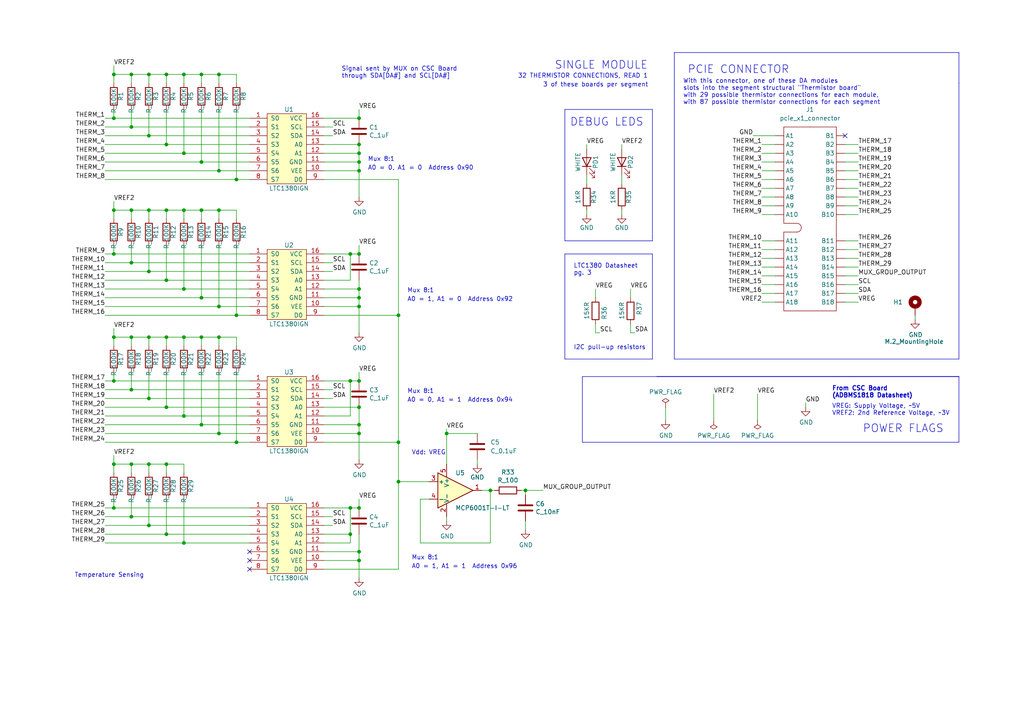
<source format=kicad_sch>
(kicad_sch (version 20230121) (generator eeschema)
  (paper "A4")
  (junction (at 43.18 60.96))
  (junction (at 38.1 21.59))
  (junction (at 104.14 123.19))
  (junction (at 104.14 73.66))
  (junction (at 53.34 21.59))
  (junction (at 33.02 60.96))
  (junction (at 101.6 110.49))
  (junction (at 104.14 147.32))
  (junction (at 38.1 60.96))
  (junction (at 48.26 21.59))
  (junction (at 53.34 44.45))
  (junction (at 38.1 149.86))
  (junction (at 104.14 83.82))
  (junction (at 115.57 139.7))
  (junction (at 104.14 34.29))
  (junction (at 63.5 125.73))
  (junction (at 58.42 123.19))
  (junction (at 43.18 39.37))
  (junction (at 43.18 115.57))
  (junction (at 43.18 134.62))
  (junction (at 63.5 60.96))
  (junction (at 48.26 154.94))
  (junction (at 63.5 49.53))
  (junction (at 58.42 21.59))
  (junction (at 104.14 125.73))
  (junction (at 63.5 88.9))
  (junction (at 33.02 110.49))
  (junction (at 48.26 81.28))
  (junction (at 104.14 41.91))
  (junction (at 101.6 154.94))
  (junction (at 115.57 91.44))
  (junction (at 43.18 21.59))
  (junction (at 38.1 76.2))
  (junction (at 53.34 83.82))
  (junction (at 104.14 110.49))
  (junction (at 104.14 88.9))
  (junction (at 104.14 86.36))
  (junction (at 33.02 134.62))
  (junction (at 38.1 97.79))
  (junction (at 104.14 44.45))
  (junction (at 63.5 21.59))
  (junction (at 101.6 73.66))
  (junction (at 68.58 91.44))
  (junction (at 58.42 46.99))
  (junction (at 48.26 118.11))
  (junction (at 33.02 73.66))
  (junction (at 104.14 160.02))
  (junction (at 142.24 142.24))
  (junction (at 38.1 134.62))
  (junction (at 48.26 41.91))
  (junction (at 33.02 97.79))
  (junction (at 58.42 86.36))
  (junction (at 129.54 125.73))
  (junction (at 104.14 162.56))
  (junction (at 68.58 128.27))
  (junction (at 33.02 21.59))
  (junction (at 58.42 60.96))
  (junction (at 152.4 142.24))
  (junction (at 53.34 97.79))
  (junction (at 53.34 60.96))
  (junction (at 53.34 157.48))
  (junction (at 33.02 34.29))
  (junction (at 68.58 52.07))
  (junction (at 38.1 113.03))
  (junction (at 53.34 120.65))
  (junction (at 58.42 97.79))
  (junction (at 43.18 97.79))
  (junction (at 104.14 118.11))
  (junction (at 104.14 46.99))
  (junction (at 43.18 78.74))
  (junction (at 48.26 97.79))
  (junction (at 115.57 128.27))
  (junction (at 48.26 60.96))
  (junction (at 38.1 36.83))
  (junction (at 48.26 134.62))
  (junction (at 43.18 152.4))
  (junction (at 63.5 97.79))
  (junction (at 101.6 147.32))
  (junction (at 33.02 147.32))
  (junction (at 104.14 49.53))
  (no_connect (at 72.39 162.56))
  (no_connect (at 72.39 160.02))
  (no_connect (at 72.39 165.1))
  (no_connect (at 245.11 39.37))
  (wire (pts (xy 33.02 34.29) (xy 72.39 34.29)))
  (wire (pts (xy 93.98 154.94) (xy 101.6 154.94)))
  (wire (pts (xy 30.48 86.36) (xy 58.42 86.36)))
  (wire (pts (xy 220.98 80.01) (xy 224.79 80.01)))
  (wire (pts (xy 38.1 149.86) (xy 72.39 149.86)))
  (wire (pts (xy 38.1 60.96) (xy 33.02 60.96)))
  (wire (pts (xy 43.18 115.57) (xy 30.48 115.57)))
  (wire (pts (xy 48.26 41.91) (xy 72.39 41.91)))
  (wire (pts (xy 93.98 83.82) (xy 104.14 83.82)))
  (wire (pts (xy 93.98 162.56) (xy 104.14 162.56)))
  (wire (pts (xy 38.1 36.83) (xy 72.39 36.83)))
  (wire (pts (xy 93.98 34.29) (xy 104.14 34.29)))
  (wire (pts (xy 43.18 60.96) (xy 43.18 63.5)))
  (wire (pts (xy 48.26 71.12) (xy 48.26 81.28)))
  (wire (pts (xy 43.18 107.95) (xy 43.18 115.57)))
  (wire (pts (xy 104.14 162.56) (xy 104.14 167.64)))
  (wire (pts (xy 30.48 123.19) (xy 58.42 123.19)))
  (polyline (pts (xy 195.58 15.24) (xy 278.13 15.24)))
  (wire (pts (xy 93.98 46.99) (xy 104.14 46.99)))
  (wire (pts (xy 58.42 97.79) (xy 53.34 97.79)))
  (polyline (pts (xy 168.91 109.22) (xy 278.13 109.22)))
  (wire (pts (xy 30.48 46.99) (xy 58.42 46.99)))
  (wire (pts (xy 172.72 93.98) (xy 172.72 96.52)))
  (wire (pts (xy 104.14 83.82) (xy 104.14 86.36)))
  (wire (pts (xy 38.1 97.79) (xy 33.02 97.79)))
  (wire (pts (xy 93.98 157.48) (xy 101.6 157.48)))
  (wire (pts (xy 43.18 31.75) (xy 43.18 39.37)))
  (wire (pts (xy 53.34 157.48) (xy 30.48 157.48)))
  (wire (pts (xy 38.1 134.62) (xy 33.02 134.62)))
  (wire (pts (xy 53.34 107.95) (xy 53.34 120.65)))
  (wire (pts (xy 93.98 49.53) (xy 104.14 49.53)))
  (wire (pts (xy 30.48 81.28) (xy 48.26 81.28)))
  (wire (pts (xy 48.26 60.96) (xy 43.18 60.96)))
  (wire (pts (xy 68.58 91.44) (xy 72.39 91.44)))
  (wire (pts (xy 38.1 134.62) (xy 38.1 137.16)))
  (wire (pts (xy 93.98 110.49) (xy 101.6 110.49)))
  (wire (pts (xy 93.98 120.65) (xy 101.6 120.65)))
  (wire (pts (xy 48.26 144.78) (xy 48.26 154.94)))
  (wire (pts (xy 104.14 49.53) (xy 104.14 57.15)))
  (wire (pts (xy 43.18 144.78) (xy 43.18 152.4)))
  (wire (pts (xy 53.34 21.59) (xy 53.34 24.13)))
  (wire (pts (xy 33.02 107.95) (xy 33.02 110.49)))
  (wire (pts (xy 248.92 52.07) (xy 245.11 52.07)))
  (wire (pts (xy 53.34 97.79) (xy 53.34 100.33)))
  (wire (pts (xy 96.52 78.74) (xy 93.98 78.74)))
  (wire (pts (xy 68.58 24.13) (xy 68.58 21.59)))
  (wire (pts (xy 33.02 97.79) (xy 33.02 100.33)))
  (wire (pts (xy 220.98 41.91) (xy 224.79 41.91)))
  (wire (pts (xy 104.14 44.45) (xy 104.14 46.99)))
  (wire (pts (xy 172.72 83.82) (xy 172.72 86.36)))
  (wire (pts (xy 220.98 85.09) (xy 224.79 85.09)))
  (wire (pts (xy 68.58 52.07) (xy 72.39 52.07)))
  (wire (pts (xy 63.5 107.95) (xy 63.5 125.73)))
  (wire (pts (xy 96.52 39.37) (xy 93.98 39.37)))
  (wire (pts (xy 33.02 110.49) (xy 72.39 110.49)))
  (wire (pts (xy 104.14 86.36) (xy 104.14 88.9)))
  (wire (pts (xy 43.18 97.79) (xy 43.18 100.33)))
  (polyline (pts (xy 278.13 24.13) (xy 278.13 104.14)))
  (wire (pts (xy 93.98 88.9) (xy 104.14 88.9)))
  (wire (pts (xy 233.68 116.84) (xy 233.68 118.11)))
  (wire (pts (xy 93.98 36.83) (xy 96.52 36.83)))
  (polyline (pts (xy 278.13 109.22) (xy 190.5 109.22)))
  (wire (pts (xy 33.02 60.96) (xy 33.02 63.5)))
  (wire (pts (xy 38.1 107.95) (xy 38.1 113.03)))
  (wire (pts (xy 124.46 139.7) (xy 115.57 139.7)))
  (wire (pts (xy 33.02 73.66) (xy 72.39 73.66)))
  (wire (pts (xy 72.39 125.73) (xy 63.5 125.73)))
  (wire (pts (xy 30.48 147.32) (xy 33.02 147.32)))
  (wire (pts (xy 53.34 83.82) (xy 72.39 83.82)))
  (wire (pts (xy 48.26 118.11) (xy 72.39 118.11)))
  (polyline (pts (xy 278.13 104.14) (xy 195.58 104.14)))
  (wire (pts (xy 43.18 60.96) (xy 38.1 60.96)))
  (wire (pts (xy 152.4 151.13) (xy 152.4 153.67)))
  (wire (pts (xy 48.26 21.59) (xy 43.18 21.59)))
  (wire (pts (xy 104.14 88.9) (xy 104.14 96.52)))
  (wire (pts (xy 104.14 118.11) (xy 104.14 123.19)))
  (wire (pts (xy 68.58 21.59) (xy 63.5 21.59)))
  (polyline (pts (xy 168.91 109.22) (xy 168.91 128.27)))
  (wire (pts (xy 43.18 115.57) (xy 72.39 115.57)))
  (wire (pts (xy 121.92 144.78) (xy 121.92 157.48)))
  (wire (pts (xy 220.98 44.45) (xy 224.79 44.45)))
  (wire (pts (xy 68.58 100.33) (xy 68.58 97.79)))
  (wire (pts (xy 38.1 71.12) (xy 38.1 76.2)))
  (wire (pts (xy 58.42 46.99) (xy 72.39 46.99)))
  (wire (pts (xy 151.13 142.24) (xy 152.4 142.24)))
  (wire (pts (xy 58.42 86.36) (xy 72.39 86.36)))
  (wire (pts (xy 129.54 124.46) (xy 129.54 125.73)))
  (wire (pts (xy 58.42 71.12) (xy 58.42 86.36)))
  (wire (pts (xy 30.48 76.2) (xy 38.1 76.2)))
  (wire (pts (xy 68.58 71.12) (xy 68.58 91.44)))
  (wire (pts (xy 93.98 52.07) (xy 115.57 52.07)))
  (polyline (pts (xy 163.83 31.75) (xy 189.23 31.75)))
  (wire (pts (xy 38.1 21.59) (xy 33.02 21.59)))
  (polyline (pts (xy 163.83 31.75) (xy 163.83 69.85)))
  (wire (pts (xy 93.98 44.45) (xy 104.14 44.45)))
  (wire (pts (xy 38.1 76.2) (xy 72.39 76.2)))
  (wire (pts (xy 68.58 107.95) (xy 68.58 128.27)))
  (wire (pts (xy 104.14 71.12) (xy 104.14 73.66)))
  (wire (pts (xy 63.5 31.75) (xy 63.5 49.53)))
  (wire (pts (xy 93.98 149.86) (xy 96.52 149.86)))
  (wire (pts (xy 104.14 107.95) (xy 104.14 110.49)))
  (wire (pts (xy 68.58 97.79) (xy 63.5 97.79)))
  (wire (pts (xy 248.92 80.01) (xy 245.11 80.01)))
  (wire (pts (xy 48.26 134.62) (xy 43.18 134.62)))
  (wire (pts (xy 48.26 97.79) (xy 43.18 97.79)))
  (wire (pts (xy 53.34 144.78) (xy 53.34 157.48)))
  (wire (pts (xy 248.92 72.39) (xy 245.11 72.39)))
  (wire (pts (xy 115.57 128.27) (xy 115.57 139.7)))
  (wire (pts (xy 220.98 52.07) (xy 224.79 52.07)))
  (wire (pts (xy 53.34 120.65) (xy 72.39 120.65)))
  (polyline (pts (xy 278.13 109.22) (xy 278.13 128.27)))
  (wire (pts (xy 72.39 78.74) (xy 43.18 78.74)))
  (wire (pts (xy 220.98 74.93) (xy 224.79 74.93)))
  (polyline (pts (xy 163.83 104.14) (xy 189.23 104.14)))
  (wire (pts (xy 53.34 21.59) (xy 48.26 21.59)))
  (wire (pts (xy 43.18 21.59) (xy 38.1 21.59)))
  (wire (pts (xy 63.5 21.59) (xy 63.5 24.13)))
  (wire (pts (xy 30.48 52.07) (xy 68.58 52.07)))
  (wire (pts (xy 220.98 57.15) (xy 224.79 57.15)))
  (wire (pts (xy 38.1 31.75) (xy 38.1 36.83)))
  (wire (pts (xy 30.48 34.29) (xy 33.02 34.29)))
  (wire (pts (xy 30.48 41.91) (xy 48.26 41.91)))
  (wire (pts (xy 93.98 125.73) (xy 104.14 125.73)))
  (wire (pts (xy 220.98 62.23) (xy 224.79 62.23)))
  (wire (pts (xy 48.26 107.95) (xy 48.26 118.11)))
  (wire (pts (xy 152.4 142.24) (xy 152.4 143.51)))
  (wire (pts (xy 115.57 91.44) (xy 115.57 128.27)))
  (polyline (pts (xy 163.83 73.66) (xy 189.23 73.66)))
  (polyline (pts (xy 278.13 15.24) (xy 278.13 24.13)))
  (wire (pts (xy 93.98 91.44) (xy 115.57 91.44)))
  (wire (pts (xy 30.48 91.44) (xy 68.58 91.44)))
  (wire (pts (xy 93.98 160.02) (xy 104.14 160.02)))
  (wire (pts (xy 72.39 39.37) (xy 43.18 39.37)))
  (wire (pts (xy 68.58 63.5) (xy 68.58 60.96)))
  (wire (pts (xy 142.24 157.48) (xy 142.24 142.24)))
  (wire (pts (xy 248.92 62.23) (xy 245.11 62.23)))
  (wire (pts (xy 248.92 59.69) (xy 245.11 59.69)))
  (wire (pts (xy 43.18 21.59) (xy 43.18 24.13)))
  (wire (pts (xy 96.52 115.57) (xy 93.98 115.57)))
  (wire (pts (xy 248.92 44.45) (xy 245.11 44.45)))
  (wire (pts (xy 33.02 144.78) (xy 33.02 147.32)))
  (wire (pts (xy 248.92 57.15) (xy 245.11 57.15)))
  (wire (pts (xy 129.54 149.86) (xy 129.54 151.13)))
  (wire (pts (xy 53.34 134.62) (xy 53.34 137.16)))
  (wire (pts (xy 101.6 73.66) (xy 104.14 73.66)))
  (wire (pts (xy 193.04 118.11) (xy 193.04 121.92)))
  (wire (pts (xy 33.02 134.62) (xy 33.02 137.16)))
  (wire (pts (xy 104.14 46.99) (xy 104.14 49.53)))
  (wire (pts (xy 53.34 44.45) (xy 30.48 44.45)))
  (wire (pts (xy 248.92 49.53) (xy 245.11 49.53)))
  (wire (pts (xy 68.58 128.27) (xy 72.39 128.27)))
  (wire (pts (xy 248.92 69.85) (xy 245.11 69.85)))
  (wire (pts (xy 63.5 60.96) (xy 63.5 63.5)))
  (wire (pts (xy 104.14 81.28) (xy 104.14 83.82)))
  (wire (pts (xy 101.6 154.94) (xy 101.6 147.32)))
  (wire (pts (xy 104.14 125.73) (xy 104.14 133.35)))
  (wire (pts (xy 63.5 97.79) (xy 63.5 100.33)))
  (wire (pts (xy 101.6 73.66) (xy 101.6 81.28)))
  (wire (pts (xy 58.42 123.19) (xy 72.39 123.19)))
  (wire (pts (xy 72.39 88.9) (xy 63.5 88.9)))
  (wire (pts (xy 142.24 142.24) (xy 139.7 142.24)))
  (wire (pts (xy 170.18 50.8) (xy 170.18 53.34)))
  (wire (pts (xy 58.42 97.79) (xy 58.42 100.33)))
  (wire (pts (xy 33.02 58.42) (xy 33.02 60.96)))
  (wire (pts (xy 33.02 21.59) (xy 33.02 24.13)))
  (wire (pts (xy 104.14 31.75) (xy 104.14 34.29)))
  (wire (pts (xy 101.6 81.28) (xy 93.98 81.28)))
  (wire (pts (xy 129.54 125.73) (xy 138.43 125.73)))
  (wire (pts (xy 104.14 41.91) (xy 93.98 41.91)))
  (wire (pts (xy 182.88 96.52) (xy 184.15 96.52)))
  (wire (pts (xy 93.98 73.66) (xy 101.6 73.66)))
  (wire (pts (xy 96.52 152.4) (xy 93.98 152.4)))
  (wire (pts (xy 43.18 134.62) (xy 43.18 137.16)))
  (wire (pts (xy 207.01 121.92) (xy 207.01 114.3)))
  (wire (pts (xy 248.92 77.47) (xy 245.11 77.47)))
  (wire (pts (xy 248.92 87.63) (xy 245.11 87.63)))
  (wire (pts (xy 104.14 154.94) (xy 104.14 160.02)))
  (polyline (pts (xy 189.23 69.85) (xy 189.23 31.75)))
  (wire (pts (xy 53.34 31.75) (xy 53.34 44.45)))
  (wire (pts (xy 121.92 157.48) (xy 142.24 157.48)))
  (wire (pts (xy 248.92 85.09) (xy 245.11 85.09)))
  (wire (pts (xy 180.34 60.96) (xy 180.34 62.23)))
  (wire (pts (xy 248.92 54.61) (xy 245.11 54.61)))
  (wire (pts (xy 43.18 39.37) (xy 30.48 39.37)))
  (wire (pts (xy 30.48 73.66) (xy 33.02 73.66)))
  (wire (pts (xy 104.14 144.78) (xy 104.14 147.32)))
  (wire (pts (xy 38.1 144.78) (xy 38.1 149.86)))
  (wire (pts (xy 53.34 60.96) (xy 53.34 63.5)))
  (wire (pts (xy 53.34 97.79) (xy 48.26 97.79)))
  (wire (pts (xy 220.98 46.99) (xy 224.79 46.99)))
  (wire (pts (xy 173.99 96.52) (xy 172.72 96.52)))
  (wire (pts (xy 101.6 147.32) (xy 104.14 147.32)))
  (wire (pts (xy 33.02 147.32) (xy 72.39 147.32)))
  (polyline (pts (xy 163.83 73.66) (xy 163.83 104.14)))
  (wire (pts (xy 93.98 86.36) (xy 104.14 86.36)))
  (wire (pts (xy 182.88 93.98) (xy 182.88 96.52)))
  (wire (pts (xy 157.48 142.24) (xy 152.4 142.24)))
  (wire (pts (xy 101.6 120.65) (xy 101.6 110.49)))
  (wire (pts (xy 48.26 134.62) (xy 48.26 137.16)))
  (wire (pts (xy 138.43 134.62) (xy 138.43 133.35)))
  (wire (pts (xy 58.42 31.75) (xy 58.42 46.99)))
  (wire (pts (xy 220.98 59.69) (xy 224.79 59.69)))
  (wire (pts (xy 33.02 95.25) (xy 33.02 97.79)))
  (wire (pts (xy 101.6 110.49) (xy 104.14 110.49)))
  (wire (pts (xy 58.42 107.95) (xy 58.42 123.19)))
  (wire (pts (xy 58.42 60.96) (xy 58.42 63.5)))
  (wire (pts (xy 93.98 128.27) (xy 115.57 128.27)))
  (wire (pts (xy 72.39 49.53) (xy 63.5 49.53)))
  (polyline (pts (xy 195.58 104.14) (xy 195.58 15.24)))
  (wire (pts (xy 170.18 60.96) (xy 170.18 62.23)))
  (wire (pts (xy 93.98 147.32) (xy 101.6 147.32)))
  (wire (pts (xy 68.58 60.96) (xy 63.5 60.96)))
  (wire (pts (xy 53.34 60.96) (xy 48.26 60.96)))
  (wire (pts (xy 220.98 69.85) (xy 224.79 69.85)))
  (wire (pts (xy 124.46 144.78) (xy 121.92 144.78)))
  (wire (pts (xy 170.18 41.91) (xy 170.18 43.18)))
  (wire (pts (xy 48.26 154.94) (xy 72.39 154.94)))
  (wire (pts (xy 129.54 125.73) (xy 129.54 134.62)))
  (wire (pts (xy 101.6 157.48) (xy 101.6 154.94)))
  (wire (pts (xy 220.98 49.53) (xy 224.79 49.53)))
  (wire (pts (xy 142.24 142.24) (xy 143.51 142.24)))
  (wire (pts (xy 48.26 60.96) (xy 48.26 63.5)))
  (wire (pts (xy 63.5 97.79) (xy 58.42 97.79)))
  (wire (pts (xy 43.18 97.79) (xy 38.1 97.79)))
  (wire (pts (xy 48.26 21.59) (xy 48.26 24.13)))
  (wire (pts (xy 53.34 44.45) (xy 72.39 44.45)))
  (wire (pts (xy 30.48 125.73) (xy 63.5 125.73)))
  (wire (pts (xy 30.48 128.27) (xy 68.58 128.27)))
  (wire (pts (xy 30.48 36.83) (xy 38.1 36.83)))
  (wire (pts (xy 43.18 78.74) (xy 30.48 78.74)))
  (wire (pts (xy 248.92 82.55) (xy 245.11 82.55)))
  (wire (pts (xy 48.26 31.75) (xy 48.26 41.91)))
  (wire (pts (xy 53.34 83.82) (xy 30.48 83.82)))
  (wire (pts (xy 30.48 154.94) (xy 48.26 154.94)))
  (wire (pts (xy 104.14 41.91) (xy 104.14 44.45)))
  (wire (pts (xy 265.43 92.71) (xy 265.43 91.44)))
  (wire (pts (xy 53.34 134.62) (xy 48.26 134.62)))
  (wire (pts (xy 33.02 71.12) (xy 33.02 73.66)))
  (wire (pts (xy 104.14 160.02) (xy 104.14 162.56)))
  (wire (pts (xy 53.34 157.48) (xy 72.39 157.48)))
  (wire (pts (xy 104.14 123.19) (xy 104.14 125.73)))
  (wire (pts (xy 33.02 19.05) (xy 33.02 21.59)))
  (wire (pts (xy 220.98 82.55) (xy 224.79 82.55)))
  (wire (pts (xy 93.98 76.2) (xy 96.52 76.2)))
  (wire (pts (xy 248.92 41.91) (xy 245.11 41.91)))
  (wire (pts (xy 30.48 118.11) (xy 48.26 118.11)))
  (wire (pts (xy 220.98 72.39) (xy 224.79 72.39)))
  (wire (pts (xy 182.88 83.82) (xy 182.88 86.36)))
  (polyline (pts (xy 189.23 104.14) (xy 189.23 73.66)))
  (wire (pts (xy 48.26 81.28) (xy 72.39 81.28)))
  (wire (pts (xy 30.48 113.03) (xy 38.1 113.03)))
  (wire (pts (xy 48.26 97.79) (xy 48.26 100.33)))
  (wire (pts (xy 63.5 49.53) (xy 30.48 49.53)))
  (wire (pts (xy 30.48 149.86) (xy 38.1 149.86)))
  (wire (pts (xy 220.98 87.63) (xy 224.79 87.63)))
  (wire (pts (xy 33.02 132.08) (xy 33.02 134.62)))
  (wire (pts (xy 53.34 71.12) (xy 53.34 83.82)))
  (wire (pts (xy 30.48 120.65) (xy 53.34 120.65)))
  (wire (pts (xy 115.57 139.7) (xy 115.57 165.1)))
  (wire (pts (xy 248.92 46.99) (xy 245.11 46.99)))
  (wire (pts (xy 38.1 60.96) (xy 38.1 63.5)))
  (wire (pts (xy 58.42 21.59) (xy 58.42 24.13)))
  (wire (pts (xy 68.58 31.75) (xy 68.58 52.07)))
  (wire (pts (xy 33.02 31.75) (xy 33.02 34.29)))
  (wire (pts (xy 115.57 52.07) (xy 115.57 91.44)))
  (wire (pts (xy 218.44 39.37) (xy 224.79 39.37)))
  (wire (pts (xy 72.39 152.4) (xy 43.18 152.4)))
  (wire (pts (xy 58.42 60.96) (xy 53.34 60.96)))
  (wire (pts (xy 38.1 21.59) (xy 38.1 24.13)))
  (wire (pts (xy 43.18 71.12) (xy 43.18 78.74)))
  (wire (pts (xy 63.5 71.12) (xy 63.5 88.9)))
  (wire (pts (xy 180.34 41.91) (xy 180.34 43.18)))
  (wire (pts (xy 220.98 54.61) (xy 224.79 54.61)))
  (wire (pts (xy 93.98 113.03) (xy 96.52 113.03)))
  (wire (pts (xy 248.92 74.93) (xy 245.11 74.93)))
  (wire (pts (xy 93.98 165.1) (xy 115.57 165.1)))
  (wire (pts (xy 63.5 21.59) (xy 58.42 21.59)))
  (polyline (pts (xy 278.13 128.27) (xy 168.91 128.27)))
  (wire (pts (xy 180.34 50.8) (xy 180.34 53.34)))
  (wire (pts (xy 93.98 123.19) (xy 104.14 123.19)))
  (wire (pts (xy 43.18 134.62) (xy 38.1 134.62)))
  (wire (pts (xy 63.5 88.9) (xy 30.48 88.9)))
  (wire (pts (xy 220.98 77.47) (xy 224.79 77.47)))
  (polyline (pts (xy 163.83 69.85) (xy 189.23 69.85)))
  (wire (pts (xy 104.14 118.11) (xy 93.98 118.11)))
  (wire (pts (xy 43.18 152.4) (xy 30.48 152.4)))
  (wire (pts (xy 38.1 97.79) (xy 38.1 100.33)))
  (wire (pts (xy 219.71 121.92) (xy 219.71 114.3)))
  (wire (pts (xy 58.42 21.59) (xy 53.34 21.59)))
  (wire (pts (xy 63.5 60.96) (xy 58.42 60.96)))
  (wire (pts (xy 30.48 110.49) (xy 33.02 110.49)))
  (wire (pts (xy 38.1 113.03) (xy 72.39 113.03)))
  (text "Mux 8:1" (at 118.11 114.3 0) (effects (font (size 1.27 1.27)) (justify left bottom)))
  (text "From CSC Board\n(ADBMS1818 Datasheet)" (at 241.3 115.57 0) (effects (font (size 1.27 1.27) (thickness 0.254) bold) (justify left bottom)))
  (text "Temperature Sensing" (at 21.59 167.64 0) (effects (font (size 1.27 1.27)) (justify left bottom)))
  (text "DEBUG LEDS" (at 186.69 36.83 0) (effects (font (size 2.2606 2.2606)) (justify right bottom)))
  (text "I2C pull-up resistors" (at 166.37 101.6 0) (effects (font (size 1.27 1.27)) (justify left bottom)))
  (text "Mux 8:1" (at 119.38 162.56 0) (effects (font (size 1.27 1.27)) (justify left bottom)))
  (text "Signal sent by MUX on CSC Board\nthrough SDA[DA#] and SCL[DA#]" (at 99.06 22.86 0) (effects (font (size 1.27 1.27)) (justify left bottom)))
  (text "Mux 8:1" (at 118.11 85.09 0) (effects (font (size 1.27 1.27)) (justify left bottom)))
  (text "VREG: Supply Voltage, ~5V\nVREF2: 2nd Reference Voltage, ~3V" (at 241.3 120.65 0) (effects (font (size 1.27 1.27)) (justify left bottom)))
  (text "LTC1380 Datasheet\npg. 3" (at 166.37 80.01 0) (effects (font (size 1.27 1.27)) (justify left bottom)))
  (text "Vdd: VREG" (at 119.38 132.08 0) (effects (font (size 1.27 1.27)) (justify left bottom)))
  (text "PCIE CONNECTOR" (at 199.39 21.59 0) (effects (font (size 2.2606 2.2606)) (justify left bottom)))
  (text "A0 = 1, A1 = 0  Address 0x92" (at 118.11 87.63 0) (effects (font (size 1.27 1.27)) (justify left bottom)))
  (text "A0 = 1, A1 = 1  Address 0x96" (at 119.38 165.1 0) (effects (font (size 1.27 1.27)) (justify left bottom)))
  (text "3 of these boards per segment" (at 157.48 25.4 0) (effects (font (size 1.27 1.27)) (justify left bottom)))
  (text "SINGLE MODULE" (at 187.96 20.32 0) (effects (font (size 2.2606 2.2606)) (justify right bottom)))
  (text "A0 = 0, A1 = 1  Address 0x94" (at 118.11 116.84 0) (effects (font (size 1.27 1.27)) (justify left bottom)))
  (text "A0 = 0, A1 = 0  Address 0x90" (at 106.68 49.53 0) (effects (font (size 1.27 1.27)) (justify left bottom)))
  (text "Mux 8:1" (at 106.68 46.99 0) (effects (font (size 1.27 1.27)) (justify left bottom)))
  (text "POWER FLAGS\n" (at 250.19 125.73 0) (effects (font (size 2.2606 2.2606)) (justify left bottom)))
  (text "32 THERMISTOR CONNECTIONS, READ 1" (at 187.96 22.86 0) (effects (font (size 1.27 1.27)) (justify right bottom)))
  (text "With this connector, one of these DA modules\nslots into the segment structural \"Thermistor board\"\nwith 29 possible thermistor connections for each module,\nwith 87 possible thermistor connections for each segment" (at 198.12 30.48 0) (effects (font (size 1.27 1.27)) (justify left bottom)))
  (label "VREG" (at 104.14 107.95 0))
  (label "SDA" (at 184.15 96.52 0))
  (label "VREF2" (at 33.02 58.42 0))
  (label "THERM_29" (at 248.92 77.47 0))
  (label "THERM_16" (at 220.98 85.09 180))
  (label "THERM_24" (at 30.48 128.27 180))
  (label "VREF2" (at 220.98 87.63 180))
  (label "THERM_29" (at 30.48 157.48 180))
  (label "THERM_19" (at 248.92 46.99 0))
  (label "GND" (at 218.44 39.37 180))
  (label "VREG" (at 129.54 124.46 0))
  (label "MUX_GROUP_OUTPUT" (at 248.92 80.01 0))
  (label "THERM_21" (at 30.48 120.65 180))
  (label "THERM_28" (at 30.48 154.94 180))
  (label "MUX_GROUP_OUTPUT" (at 157.48 142.24 0))
  (label "THERM_17" (at 30.48 110.49 180))
  (label "SCL" (at 173.99 96.52 0))
  (label "THERM_11" (at 30.48 78.74 180))
  (label "THERM_26" (at 248.92 69.85 0))
  (label "THERM_25" (at 30.48 147.32 180))
  (label "THERM_9" (at 220.98 62.23 180))
  (label "THERM_11" (at 220.98 72.39 180))
  (label "VREG" (at 248.92 87.63 0))
  (label "THERM_21" (at 248.92 52.07 0))
  (label "THERM_6" (at 30.48 46.99 180))
  (label "THERM_15" (at 220.98 82.55 180))
  (label "THERM_24" (at 248.92 59.69 0))
  (label "THERM_5" (at 220.98 52.07 180))
  (label "THERM_20" (at 30.48 118.11 180))
  (label "VREF2" (at 33.02 95.25 0))
  (label "THERM_13" (at 30.48 83.82 180))
  (label "THERM_18" (at 30.48 113.03 180))
  (label "VREF2" (at 180.34 41.91 0))
  (label "THERM_12" (at 30.48 81.28 180))
  (label "THERM_18" (at 248.92 44.45 0))
  (label "THERM_3" (at 30.48 39.37 180))
  (label "THERM_16" (at 30.48 91.44 180))
  (label "VREG" (at 219.71 114.3 0))
  (label "THERM_2" (at 220.98 44.45 180))
  (label "THERM_26" (at 30.48 149.86 180))
  (label "THERM_23" (at 248.92 57.15 0))
  (label "THERM_1" (at 220.98 41.91 180))
  (label "THERM_27" (at 30.48 152.4 180))
  (label "THERM_9" (at 30.48 73.66 180))
  (label "VREF2" (at 207.01 114.3 0))
  (label "THERM_8" (at 220.98 59.69 180))
  (label "THERM_25" (at 248.92 62.23 0))
  (label "THERM_4" (at 220.98 49.53 180))
  (label "THERM_7" (at 30.48 49.53 180))
  (label "THERM_22" (at 248.92 54.61 0))
  (label "THERM_10" (at 220.98 69.85 180))
  (label "VREG" (at 104.14 71.12 0))
  (label "THERM_14" (at 220.98 80.01 180))
  (label "SDA" (at 248.92 85.09 0))
  (label "VREG" (at 104.14 31.75 0))
  (label "SDA" (at 96.52 152.4 0))
  (label "SCL" (at 248.92 82.55 0))
  (label "SCL" (at 96.52 149.86 0))
  (label "GND" (at 233.68 116.84 0))
  (label "THERM_2" (at 30.48 36.83 180))
  (label "THERM_23" (at 30.48 125.73 180))
  (label "VREG" (at 182.88 83.82 0))
  (label "THERM_28" (at 248.92 74.93 0))
  (label "SDA" (at 96.52 115.57 0))
  (label "THERM_20" (at 248.92 49.53 0))
  (label "VREF2" (at 33.02 19.05 0))
  (label "VREG" (at 170.18 41.91 0))
  (label "VREG" (at 104.14 144.78 0))
  (label "THERM_12" (at 220.98 74.93 180))
  (label "THERM_17" (at 248.92 41.91 0))
  (label "THERM_4" (at 30.48 41.91 180))
  (label "THERM_15" (at 30.48 88.9 180))
  (label "VREF2" (at 33.02 132.08 0))
  (label "VREG" (at 172.72 83.82 0))
  (label "SDA" (at 96.52 39.37 0))
  (label "SDA" (at 96.52 78.74 0))
  (label "THERM_13" (at 220.98 77.47 180))
  (label "THERM_6" (at 220.98 54.61 180))
  (label "THERM_8" (at 30.48 52.07 180))
  (label "THERM_1" (at 30.48 34.29 180))
  (label "THERM_10" (at 30.48 76.2 180))
  (label "THERM_7" (at 220.98 57.15 180))
  (label "THERM_19" (at 30.48 115.57 180))
  (label "SCL" (at 96.52 113.03 0))
  (label "THERM_14" (at 30.48 86.36 180))
  (label "SCL" (at 96.52 36.83 0))
  (label "THERM_22" (at 30.48 123.19 180))
  (label "THERM_3" (at 220.98 46.99 180))
  (label "SCL" (at 96.52 76.2 0))
  (label "THERM_5" (at 30.48 44.45 180))
  (label "THERM_27" (at 248.92 72.39 0))
  (symbol (lib_id "OEM:1KR") (at 170.18 57.15 0) (unit 1)
    (property "Reference" "R34" (at 172.212 57.15 90))
    (property "Value" "1KR" (at 167.64 57.15 90))
    (property "Footprint" "OEM:R_0603" (effects hide))
    (property "Datasheet" "${OEM_DIR}/parts/datasheets/stackpole_RMCF_RMCP.pdf" (effects hide))
    (property "MFN" "Stackpole Electronics" (effects hide))
    (property "MPN" "RMCF0603FT1K00" (effects hide))
    (property "DKPN" "RMCF0603FT1K00TR-ND" (effects hide))
    (property "NewDesigns" "YES" (effects hide))
    (property "Stocked" "Reel" (effects hide))
    (property "Package" "0603" (effects hide))
    (property "Style" "SMD" (effects hide))
  )
  (symbol (lib_id "OEM:1KR") (at 180.34 57.15 0) (unit 1)
    (property "Reference" "R35" (at 182.372 57.15 90))
    (property "Value" "1KR" (at 177.8 57.15 90))
    (property "Footprint" "OEM:R_0603" (effects hide))
    (property "Datasheet" "${OEM_DIR}/parts/datasheets/stackpole_RMCF_RMCP.pdf" (effects hide))
    (property "MFN" "Stackpole Electronics" (effects hide))
    (property "MPN" "RMCF0603FT1K00" (effects hide))
    (property "DKPN" "RMCF0603FT1K00TR-ND" (effects hide))
    (property "NewDesigns" "YES" (effects hide))
    (property "Stocked" "Reel" (effects hide))
    (property "Package" "0603" (effects hide))
    (property "Style" "SMD" (effects hide))
  )
  (symbol (lib_id "power:GND") (at 104.14 96.52 0) (unit 1)
    (property "Reference" "#PWR?" (effects hide))
    (property "Value" "GND" (at 104.267 100.9142 0))
  )
  (symbol (lib_id "OEM:10nF") (at 152.4 147.32 0) (unit 1)
    (property "Reference" "C6" (at 155.321 146.1516 0) (effects (justify left)))
    (property "Value" "C_10nF" (at 155.321 148.463 0) (effects (justify left)))
    (property "Footprint" "OEM:C_0603" (effects hide))
    (property "Datasheet" "${OEM_DIR}/parts/datasheets/samsung_CL10B103KB8NNNC.pdf" (effects hide))
    (property "MPN" "CL10B103KB8NNNC" (effects hide))
    (property "MFN" "Samsung Electro-Mechanics" (effects hide))
    (property "DKPN" "1276-1009-2-ND" (effects hide))
    (property "Package" "0603" (effects hide))
    (property "Stocked" "Reel" (effects hide))
    (property "NewDesigns" "YES" (effects hide))
    (property "Style" "SMD" (effects hide))
  )
  (symbol (lib_name "100KR_4") (lib_id "OEM:100KR") (at 53.34 104.14 0) (unit 1)
    (property "Reference" "R21" (at 55.372 104.14 90))
    (property "Value" "R_100K" (at 53.34 105.41 90))
    (property "Footprint" "OEM:R_0603" (effects hide))
    (property "Datasheet" "${OEM_DIR}/parts/datasheets/stackpole_RMCF_RMCP.pdf" (effects hide))
    (property "MFN" "Stackpole Electronics" (effects hide))
    (property "MPN" "RMCF0603FT100K" (effects hide))
    (property "DKPN" "RMCF0603FT100KTR-ND" (effects hide))
    (property "NewDesigns" "YES" (effects hide))
    (property "Stocked" "Reel" (effects hide))
    (property "Package" "0603" (effects hide))
    (property "Style" "SMD" (effects hide))
  )
  (symbol (lib_id "OEM:LED_WHITE") (at 170.18 46.99 90) (unit 1)
    (property "Reference" "PD1" (at 172.72 46.99 0))
    (property "Value" "WHITE" (at 167.64 46.99 0))
    (property "Footprint" "OEM:CHIPLED_0805" (effects hide))
    (property "Datasheet" "${OEM_DIR}/parts/datasheets/harvatek_B1701TW--20P000314U1930.pdf" (effects hide))
    (property "MFN" "Harvatek" (effects hide))
    (property "MPN" "B1701TW--20P000314U1930" (effects hide))
    (property "DKPN" "3147-B1701TW--20P000314U1930DKR-ND" (effects hide))
    (property "Package" "0805" (effects hide))
    (property "NewDesigns" "Yes" (effects hide))
    (property "Stocked" "Digi-Reel" (effects hide))
    (property "Style" "SMD" (effects hide))
  )
  (symbol (lib_name "100KR_3") (lib_id "OEM:100KR") (at 68.58 104.14 0) (unit 1)
    (property "Reference" "R24" (at 70.612 104.14 90))
    (property "Value" "R_100K" (at 68.58 105.41 90))
    (property "Footprint" "OEM:R_0603" (effects hide))
    (property "Datasheet" "${OEM_DIR}/parts/datasheets/stackpole_RMCF_RMCP.pdf" (effects hide))
    (property "MFN" "Stackpole Electronics" (effects hide))
    (property "MPN" "RMCF0603FT100K" (effects hide))
    (property "DKPN" "RMCF0603FT100KTR-ND" (effects hide))
    (property "NewDesigns" "YES" (effects hide))
    (property "Stocked" "Reel" (effects hide))
    (property "Package" "0603" (effects hide))
    (property "Style" "SMD" (effects hide))
  )
  (symbol (lib_id "OEM:1uF") (at 104.14 114.3 0) (unit 1)
    (property "Reference" "C3" (at 107.061 113.1316 0) (effects (justify left)))
    (property "Value" "C_1uF" (at 107.061 115.443 0) (effects (justify left)))
    (property "Footprint" "OEM:C_0603" (effects hide))
    (property "Datasheet" "https://media.digikey.com/pdf/Data%20Sheets/Samsung%20PDFs/CL10B105KA8NNNC_spec.pdf" (effects hide))
    (property "MFN" "Samsung Electro-Mechanics" (effects hide))
    (property "MPN" "CL10B105KA8NNNC" (effects hide))
    (property "DKPN" "1276-1184-2-ND" (effects hide))
    (property "Package" "0603" (effects hide))
    (property "Stocked" "Reel" (effects hide))
    (property "NewDesigns" "YES" (effects hide))
    (property "Style" "SMD" (effects hide))
  )
  (symbol (lib_id "power:GND") (at 104.14 57.15 0) (unit 1)
    (property "Reference" "#PWR?" (effects hide))
    (property "Value" "GND" (at 104.267 61.5442 0))
  )
  (symbol (lib_name "15KR_1") (lib_id "OEM:15KR") (at 172.72 90.17 180) (unit 1)
    (property "Reference" "R36" (at 175.26 92.71 90) (effects (justify right)))
    (property "Value" "15KR" (at 170.18 92.71 90) (effects (justify right)))
    (property "Footprint" "OEM:R_0603" (effects hide))
    (property "Datasheet" "http://www.passivecomponent.com/wp-content/uploads/chipR/ASC_WR.pdf" (effects hide))
    (property "MPN" "WR06X153 JTL" (effects hide))
    (property "MFN" "Walsin Technology" (effects hide))
    (property "DKPN" "1292-WR06X153JTLDKR-ND" (effects hide))
    (property "Package" "0603" (effects hide))
    (property "NewDesigns" "YES" (effects hide))
    (property "Stocked" "Digi-Reel" (effects hide))
    (property "Style" "SMD" (effects hide))
  )
  (symbol (lib_name "LTC1380IGN_2") (lib_id "OEM:LTC1380IGN") (at 83.82 156.21 0) (unit 1)
    (property "Reference" "U4" (at 83.82 144.78 0))
    (property "Value" "LTC1380IGN" (at 83.82 167.64 0))
    (property "Footprint" "Package_SO:SSOP-16_3.9x4.9mm_P0.635mm" (effects hide))
    (property "Datasheet" "https://www.analog.com/media/en/technical-documentation/data-sheets/138093f.pdf" (effects hide))
    (property "MFN" "Analog Devices" (effects hide))
    (property "MPN" "LTC1380xGN" (effects hide))
    (property "DKPN" "LTC1380IGN#TRPBFCT-ND" (effects hide))
    (property "NewDesigns" "CHECK STOCK FIRST" (effects hide))
    (property "Stocked" "NO" (effects hide))
    (property "Package" "SSOP-16 (GN)" (effects hide))
    (property "Style" "SMD" (effects hide))
  )
  (symbol (lib_id "power:GND") (at 265.43 92.71 0) (unit 1)
    (property "Reference" "#PWR?" (effects hide))
    (property "Value" "GND" (at 265.557 97.1042 0))
  )
  (symbol (lib_name "100KR_14") (lib_id "OEM:100KR") (at 43.18 67.31 0) (unit 1)
    (property "Reference" "R11" (at 45.212 67.31 90))
    (property "Value" "R_100K" (at 43.18 68.58 90))
    (property "Footprint" "OEM:R_0603" (effects hide))
    (property "Datasheet" "${OEM_DIR}/parts/datasheets/stackpole_RMCF_RMCP.pdf" (effects hide))
    (property "MFN" "Stackpole Electronics" (effects hide))
    (property "MPN" "RMCF0603FT100K" (effects hide))
    (property "DKPN" "RMCF0603FT100KTR-ND" (effects hide))
    (property "NewDesigns" "YES" (effects hide))
    (property "Stocked" "Reel" (effects hide))
    (property "Package" "0603" (effects hide))
    (property "Style" "SMD" (effects hide))
  )
  (symbol (lib_name "100KR_23") (lib_id "OEM:100KR") (at 63.5 27.94 0) (unit 1)
    (property "Reference" "R7" (at 65.532 27.94 90))
    (property "Value" "R_100K" (at 63.5 29.21 90))
    (property "Footprint" "OEM:R_0603" (effects hide))
    (property "Datasheet" "${OEM_DIR}/parts/datasheets/stackpole_RMCF_RMCP.pdf" (effects hide))
    (property "MFN" "Stackpole Electronics" (effects hide))
    (property "MPN" "RMCF0603FT100K" (effects hide))
    (property "DKPN" "RMCF0603FT100KTR-ND" (effects hide))
    (property "NewDesigns" "YES" (effects hide))
    (property "Stocked" "Reel" (effects hide))
    (property "Package" "0603" (effects hide))
    (property "Style" "SMD" (effects hide))
  )
  (symbol (lib_id "power:GND") (at 104.14 133.35 0) (unit 1)
    (property "Reference" "#PWR?" (effects hide))
    (property "Value" "GND" (at 104.267 137.7442 0))
  )
  (symbol (lib_name "100KR_16") (lib_id "OEM:100KR") (at 38.1 67.31 0) (unit 1)
    (property "Reference" "R10" (at 40.132 67.31 90))
    (property "Value" "R_100K" (at 38.1 68.58 90))
    (property "Footprint" "OEM:R_0603" (effects hide))
    (property "Datasheet" "${OEM_DIR}/parts/datasheets/stackpole_RMCF_RMCP.pdf" (effects hide))
    (property "MFN" "Stackpole Electronics" (effects hide))
    (property "MPN" "RMCF0603FT100K" (effects hide))
    (property "DKPN" "RMCF0603FT100KTR-ND" (effects hide))
    (property "NewDesigns" "YES" (effects hide))
    (property "Stocked" "Reel" (effects hide))
    (property "Package" "0603" (effects hide))
    (property "Style" "SMD" (effects hide))
  )
  (symbol (lib_id "power:PWR_FLAG") (at 219.71 121.92 180) (unit 1)
    (property "Reference" "#FLG?" (effects hide))
    (property "Value" "PWR_FLAG" (at 219.71 126.3396 0))
  )
  (symbol (lib_id "power:GND") (at 104.14 167.64 0) (unit 1)
    (property "Reference" "#PWR?" (effects hide))
    (property "Value" "GND" (at 104.267 172.0342 0))
  )
  (symbol (lib_id "OEM:MCP6001") (at 132.08 142.24 0) (unit 1)
    (property "Reference" "U5" (at 132.08 137.16 0) (effects (justify left)))
    (property "Value" "MCP6001T-I-LT" (at 132.08 147.32 0) (effects (justify left)))
    (property "Footprint" "Package_TO_SOT_SMD:SOT-353_SC-70-5" (effects hide))
    (property "Datasheet" "${OEM_DIR}/parts/datasheets/microchip_MCP600XX.pdf" (effects hide))
    (property "MFN" "Microchip" (effects hide))
    (property "MPN" "MCP6001T-I/OT" (effects hide))
    (property "DKPN" "MCP6001T-I/OTCT-ND" (effects hide))
    (property "Package" "SC-70-5" (effects hide))
    (property "NewDesigns" "YES" (effects hide))
    (property "Stocked" "Tape" (effects hide))
    (property "Style" "SMD" (effects hide))
  )
  (symbol (lib_name "100KR_10") (lib_id "OEM:100KR") (at 58.42 67.31 0) (unit 1)
    (property "Reference" "R14" (at 60.452 67.31 90))
    (property "Value" "R_100K" (at 58.42 68.58 90))
    (property "Footprint" "OEM:R_0603" (effects hide))
    (property "Datasheet" "${OEM_DIR}/parts/datasheets/stackpole_RMCF_RMCP.pdf" (effects hide))
    (property "MFN" "Stackpole Electronics" (effects hide))
    (property "MPN" "RMCF0603FT100K" (effects hide))
    (property "DKPN" "RMCF0603FT100KTR-ND" (effects hide))
    (property "NewDesigns" "YES" (effects hide))
    (property "Stocked" "Reel" (effects hide))
    (property "Package" "0603" (effects hide))
    (property "Style" "SMD" (effects hide))
  )
  (symbol (lib_id "OEM:0u1F") (at 138.43 129.54 0) (unit 1)
    (property "Reference" "C5" (at 142.24 128.27 0) (effects (justify left)))
    (property "Value" "C_0.1uF" (at 142.24 130.81 0) (effects (justify left)))
    (property "Footprint" "OEM:C_0603" (effects hide))
    (property "Datasheet" "${OEM_DIR}/parts/datasheets/samsung_CL10B104KB8NNWC.pdf" (effects hide))
    (property "MFN" "Samsung Electro-Mechanics" (effects hide))
    (property "MPN" "CL10B104KB8NNWC" (effects hide))
    (property "DKPN" "1276-1935-2-ND" (effects hide))
    (property "Package" "0603" (effects hide))
    (property "Stocked" "Reel" (effects hide))
    (property "NewDesigns" "YES" (effects hide))
    (property "Style" "SMD" (effects hide))
  )
  (symbol (lib_id "power:GND") (at 180.34 62.23 0) (unit 1)
    (property "Reference" "#PWR?" (effects hide))
    (property "Value" "GND" (at 180.34 66.04 0))
  )
  (symbol (lib_id "power:GND") (at 233.68 118.11 0) (unit 1)
    (property "Reference" "#PWR?" (effects hide))
    (property "Value" "GND" (at 233.807 122.5042 0))
  )
  (symbol (lib_name "100KR_15") (lib_id "OEM:100KR") (at 33.02 67.31 0) (unit 1)
    (property "Reference" "R9" (at 35.052 67.31 90))
    (property "Value" "R_100K" (at 33.02 68.58 90))
    (property "Footprint" "OEM:R_0603" (effects hide))
    (property "Datasheet" "${OEM_DIR}/parts/datasheets/stackpole_RMCF_RMCP.pdf" (effects hide))
    (property "MFN" "Stackpole Electronics" (effects hide))
    (property "MPN" "RMCF0603FT100K" (effects hide))
    (property "DKPN" "RMCF0603FT100KTR-ND" (effects hide))
    (property "NewDesigns" "YES" (effects hide))
    (property "Stocked" "Reel" (effects hide))
    (property "Package" "0603" (effects hide))
    (property "Style" "SMD" (effects hide))
  )
  (symbol (lib_name "LTC1380IGN_1") (lib_id "OEM:LTC1380IGN") (at 83.82 82.55 0) (unit 1)
    (property "Reference" "U2" (at 83.82 71.12 0))
    (property "Value" "LTC1380IGN" (at 83.82 93.98 0))
    (property "Footprint" "Package_SO:SSOP-16_3.9x4.9mm_P0.635mm" (effects hide))
    (property "Datasheet" "https://www.analog.com/media/en/technical-documentation/data-sheets/138093f.pdf" (effects hide))
    (property "MFN" "Analog Devices" (effects hide))
    (property "MPN" "LTC1380xGN" (effects hide))
    (property "DKPN" "LTC1380IGN#TRPBFCT-ND" (effects hide))
    (property "NewDesigns" "CHECK STOCK FIRST" (effects hide))
    (property "Stocked" "NO" (effects hide))
    (property "Package" "SSOP-16 (GN)" (effects hide))
    (property "Style" "SMD" (effects hide))
  )
  (symbol (lib_name "1uF_2") (lib_id "OEM:1uF") (at 104.14 77.47 0) (unit 1)
    (property "Reference" "C2" (at 107.061 76.3016 0) (effects (justify left)))
    (property "Value" "C_1uF" (at 107.061 78.613 0) (effects (justify left)))
    (property "Footprint" "OEM:C_0603" (effects hide))
    (property "Datasheet" "https://media.digikey.com/pdf/Data%20Sheets/Samsung%20PDFs/CL10B105KA8NNNC_spec.pdf" (effects hide))
    (property "MFN" "Samsung Electro-Mechanics" (effects hide))
    (property "MPN" "CL10B105KA8NNNC" (effects hide))
    (property "DKPN" "1276-1184-2-ND" (effects hide))
    (property "Package" "0603" (effects hide))
    (property "Stocked" "Reel" (effects hide))
    (property "NewDesigns" "YES" (effects hide))
    (property "Style" "SMD" (effects hide))
  )
  (symbol (lib_id "power:GND") (at 193.04 121.92 0) (unit 1)
    (property "Reference" "#PWR?" (effects hide))
    (property "Value" "GND" (at 193.167 126.3142 0))
  )
  (symbol (lib_name "100KR_17") (lib_id "OEM:100KR") (at 33.02 27.94 0) (unit 1)
    (property "Reference" "R1" (at 35.052 27.94 90))
    (property "Value" "R_100K" (at 33.02 29.21 90))
    (property "Footprint" "OEM:R_0603" (effects hide))
    (property "Datasheet" "${OEM_DIR}/parts/datasheets/stackpole_RMCF_RMCP.pdf" (effects hide))
    (property "MFN" "Stackpole Electronics" (effects hide))
    (property "MPN" "RMCF0603FT100K" (effects hide))
    (property "DKPN" "RMCF0603FT100KTR-ND" (effects hide))
    (property "NewDesigns" "YES" (effects hide))
    (property "Stocked" "Reel" (effects hide))
    (property "Package" "0603" (effects hide))
    (property "Style" "SMD" (effects hide))
  )
  (symbol (lib_id "power:GND") (at 129.54 151.13 0) (unit 1)
    (property "Reference" "#PWR?" (effects hide))
    (property "Value" "GND" (at 129.667 155.5242 0))
  )
  (symbol (lib_id "power:PWR_FLAG") (at 193.04 118.11 0) (unit 1)
    (property "Reference" "#FLG?" (effects hide))
    (property "Value" "PWR_FLAG" (at 193.04 113.6904 0))
  )
  (symbol (lib_name "100KR_5") (lib_id "OEM:100KR") (at 33.02 104.14 0) (unit 1)
    (property "Reference" "R17" (at 35.052 104.14 90))
    (property "Value" "R_100K" (at 33.02 105.41 90))
    (property "Footprint" "OEM:R_0603" (effects hide))
    (property "Datasheet" "${OEM_DIR}/parts/datasheets/stackpole_RMCF_RMCP.pdf" (effects hide))
    (property "MFN" "Stackpole Electronics" (effects hide))
    (property "MPN" "RMCF0603FT100K" (effects hide))
    (property "DKPN" "RMCF0603FT100KTR-ND" (effects hide))
    (property "NewDesigns" "YES" (effects hide))
    (property "Stocked" "Reel" (effects hide))
    (property "Package" "0603" (effects hide))
    (property "Style" "SMD" (effects hide))
  )
  (symbol (lib_id "OEM:LTC1380IGN") (at 83.82 43.18 0) (unit 1)
    (property "Reference" "U1" (at 83.82 31.75 0))
    (property "Value" "LTC1380IGN" (at 83.82 54.61 0))
    (property "Footprint" "Package_SO:SSOP-16_3.9x4.9mm_P0.635mm" (effects hide))
    (property "Datasheet" "https://www.analog.com/media/en/technical-documentation/data-sheets/138093f.pdf" (effects hide))
    (property "MFN" "Analog Devices" (effects hide))
    (property "MPN" "LTC1380xGN" (effects hide))
    (property "DKPN" "LTC1380IGN#TRPBFCT-ND" (effects hide))
    (property "NewDesigns" "CHECK STOCK FIRST" (effects hide))
    (property "Stocked" "NO" (effects hide))
    (property "Package" "SSOP-16 (GN)" (effects hide))
    (property "Style" "SMD" (effects hide))
  )
  (symbol (lib_name "100KR_22") (lib_id "OEM:100KR") (at 43.18 27.94 0) (unit 1)
    (property "Reference" "R3" (at 45.212 27.94 90))
    (property "Value" "R_100K" (at 43.18 29.21 90))
    (property "Footprint" "OEM:R_0603" (effects hide))
    (property "Datasheet" "${OEM_DIR}/parts/datasheets/stackpole_RMCF_RMCP.pdf" (effects hide))
    (property "MFN" "Stackpole Electronics" (effects hide))
    (property "MPN" "RMCF0603FT100K" (effects hide))
    (property "DKPN" "RMCF0603FT100KTR-ND" (effects hide))
    (property "NewDesigns" "YES" (effects hide))
    (property "Stocked" "Reel" (effects hide))
    (property "Package" "0603" (effects hide))
    (property "Style" "SMD" (effects hide))
  )
  (symbol (lib_name "LTC1380IGN_2") (lib_id "OEM:LTC1380IGN") (at 83.82 119.38 0) (unit 1)
    (property "Reference" "U3" (at 83.82 107.95 0))
    (property "Value" "LTC1380IGN" (at 83.82 130.81 0))
    (property "Footprint" "Package_SO:SSOP-16_3.9x4.9mm_P0.635mm" (effects hide))
    (property "Datasheet" "https://www.analog.com/media/en/technical-documentation/data-sheets/138093f.pdf" (effects hide))
    (property "MFN" "Analog Devices" (effects hide))
    (property "MPN" "LTC1380xGN" (effects hide))
    (property "DKPN" "LTC1380IGN#TRPBFCT-ND" (effects hide))
    (property "NewDesigns" "CHECK STOCK FIRST" (effects hide))
    (property "Stocked" "NO" (effects hide))
    (property "Package" "SSOP-16 (GN)" (effects hide))
    (property "Style" "SMD" (effects hide))
  )
  (symbol (lib_name "100KR_8") (lib_id "OEM:100KR") (at 38.1 140.97 0) (unit 1)
    (property "Reference" "R26" (at 40.132 140.97 90))
    (property "Value" "R_100K" (at 38.1 142.24 90))
    (property "Footprint" "OEM:R_0603" (effects hide))
    (property "Datasheet" "${OEM_DIR}/parts/datasheets/stackpole_RMCF_RMCP.pdf" (effects hide))
    (property "MFN" "Stackpole Electronics" (effects hide))
    (property "MPN" "RMCF0603FT100K" (effects hide))
    (property "DKPN" "RMCF0603FT100KTR-ND" (effects hide))
    (property "NewDesigns" "YES" (effects hide))
    (property "Stocked" "Reel" (effects hide))
    (property "Package" "0603" (effects hide))
    (property "Style" "SMD" (effects hide))
  )
  (symbol (lib_id "formula:pcie_x1_connector") (at 234.95 48.26 0) (unit 1)
    (property "Reference" "J1" (at 234.95 31.75 0))
    (property "Value" "pcie_x1_connector" (at 234.95 34.29 0))
    (property "Footprint" "Connector_PCBEdge:BUS_PCIexpress_x1" (effects hide))
  )
  (symbol (lib_name "100KR_13") (lib_id "OEM:100KR") (at 53.34 67.31 0) (unit 1)
    (property "Reference" "R13" (at 55.372 67.31 90))
    (property "Value" "R_100K" (at 53.34 68.58 90))
    (property "Footprint" "OEM:R_0603" (effects hide))
    (property "Datasheet" "${OEM_DIR}/parts/datasheets/stackpole_RMCF_RMCP.pdf" (effects hide))
    (property "MFN" "Stackpole Electronics" (effects hide))
    (property "MPN" "RMCF0603FT100K" (effects hide))
    (property "DKPN" "RMCF0603FT100KTR-ND" (effects hide))
    (property "NewDesigns" "YES" (effects hide))
    (property "Stocked" "Reel" (effects hide))
    (property "Package" "0603" (effects hide))
    (property "Style" "SMD" (effects hide))
  )
  (symbol (lib_name "1uF_1") (lib_id "OEM:1uF") (at 104.14 38.1 0) (unit 1)
    (property "Reference" "C1" (at 107.061 36.9316 0) (effects (justify left)))
    (property "Value" "C_1uF" (at 107.061 39.243 0) (effects (justify left)))
    (property "Footprint" "OEM:C_0603" (effects hide))
    (property "Datasheet" "https://media.digikey.com/pdf/Data%20Sheets/Samsung%20PDFs/CL10B105KA8NNNC_spec.pdf" (effects hide))
    (property "MFN" "Samsung Electro-Mechanics" (effects hide))
    (property "MPN" "CL10B105KA8NNNC" (effects hide))
    (property "DKPN" "1276-1184-2-ND" (effects hide))
    (property "Package" "0603" (effects hide))
    (property "Stocked" "Reel" (effects hide))
    (property "NewDesigns" "YES" (effects hide))
    (property "Style" "SMD" (effects hide))
  )
  (symbol (lib_id "OEM:15KR") (at 182.88 90.17 180) (unit 1)
    (property "Reference" "R37" (at 185.42 91.44 90) (effects (justify right)))
    (property "Value" "15KR" (at 180.34 92.71 90) (effects (justify right)))
    (property "Footprint" "OEM:R_0603" (effects hide))
    (property "Datasheet" "http://www.passivecomponent.com/wp-content/uploads/chipR/ASC_WR.pdf" (effects hide))
    (property "MPN" "WR06X153 JTL" (effects hide))
    (property "MFN" "Walsin Technology" (effects hide))
    (property "DKPN" "1292-WR06X153JTLDKR-ND" (effects hide))
    (property "Package" "0603" (effects hide))
    (property "NewDesigns" "YES" (effects hide))
    (property "Stocked" "Digi-Reel" (effects hide))
    (property "Style" "SMD" (effects hide))
  )
  (symbol (lib_name "100KR_4") (lib_id "OEM:100KR") (at 53.34 140.97 0) (unit 1)
    (property "Reference" "R29" (at 55.372 140.97 90))
    (property "Value" "R_100K" (at 53.34 142.24 90))
    (property "Footprint" "OEM:R_0603" (effects hide))
    (property "Datasheet" "${OEM_DIR}/parts/datasheets/stackpole_RMCF_RMCP.pdf" (effects hide))
    (property "MFN" "Stackpole Electronics" (effects hide))
    (property "MPN" "RMCF0603FT100K" (effects hide))
    (property "DKPN" "RMCF0603FT100KTR-ND" (effects hide))
    (property "NewDesigns" "YES" (effects hide))
    (property "Stocked" "Reel" (effects hide))
    (property "Package" "0603" (effects hide))
    (property "Style" "SMD" (effects hide))
  )
  (symbol (lib_name "100KR_6") (lib_id "OEM:100KR") (at 43.18 140.97 0) (unit 1)
    (property "Reference" "R27" (at 45.212 140.97 90))
    (property "Value" "R_100K" (at 43.18 142.24 90))
    (property "Footprint" "OEM:R_0603" (effects hide))
    (property "Datasheet" "${OEM_DIR}/parts/datasheets/stackpole_RMCF_RMCP.pdf" (effects hide))
    (property "MFN" "Stackpole Electronics" (effects hide))
    (property "MPN" "RMCF0603FT100K" (effects hide))
    (property "DKPN" "RMCF0603FT100KTR-ND" (effects hide))
    (property "NewDesigns" "YES" (effects hide))
    (property "Stocked" "Reel" (effects hide))
    (property "Package" "0603" (effects hide))
    (property "Style" "SMD" (effects hide))
  )
  (symbol (lib_id "OEM:LED_WHITE") (at 180.34 46.99 90) (unit 1)
    (property "Reference" "PD2" (at 182.88 46.99 0))
    (property "Value" "WHITE" (at 177.8 46.99 0))
    (property "Footprint" "OEM:CHIPLED_0805" (effects hide))
    (property "Datasheet" "${OEM_DIR}/parts/datasheets/harvatek_B1701TW--20P000314U1930.pdf" (effects hide))
    (property "MFN" "Harvatek" (effects hide))
    (property "MPN" "B1701TW--20P000314U1930" (effects hide))
    (property "DKPN" "3147-B1701TW--20P000314U1930DKR-ND" (effects hide))
    (property "Package" "0805" (effects hide))
    (property "NewDesigns" "Yes" (effects hide))
    (property "Stocked" "Digi-Reel" (effects hide))
    (property "Style" "SMD" (effects hide))
  )
  (symbol (lib_name "100KR_20") (lib_id "OEM:100KR") (at 53.34 27.94 0) (unit 1)
    (property "Reference" "R5" (at 55.372 27.94 90))
    (property "Value" "R_100K" (at 53.34 29.21 90))
    (property "Footprint" "OEM:R_0603" (effects hide))
    (property "Datasheet" "${OEM_DIR}/parts/datasheets/stackpole_RMCF_RMCP.pdf" (effects hide))
    (property "MFN" "Stackpole Electronics" (effects hide))
    (property "MPN" "RMCF0603FT100K" (effects hide))
    (property "DKPN" "RMCF0603FT100KTR-ND" (effects hide))
    (property "NewDesigns" "YES" (effects hide))
    (property "Stocked" "Reel" (effects hide))
    (property "Package" "0603" (effects hide))
    (property "Style" "SMD" (effects hide))
  )
  (symbol (lib_name "100KR_1") (lib_id "OEM:100KR") (at 58.42 104.14 0) (unit 1)
    (property "Reference" "R22" (at 60.452 104.14 90))
    (property "Value" "R_100K" (at 58.42 105.41 90))
    (property "Footprint" "OEM:R_0603" (effects hide))
    (property "Datasheet" "${OEM_DIR}/parts/datasheets/stackpole_RMCF_RMCP.pdf" (effects hide))
    (property "MFN" "Stackpole Electronics" (effects hide))
    (property "MPN" "RMCF0603FT100K" (effects hide))
    (property "DKPN" "RMCF0603FT100KTR-ND" (effects hide))
    (property "NewDesigns" "YES" (effects hide))
    (property "Stocked" "Reel" (effects hide))
    (property "Package" "0603" (effects hide))
    (property "Style" "SMD" (effects hide))
  )
  (symbol (lib_id "power:PWR_FLAG") (at 207.01 121.92 180) (unit 1)
    (property "Reference" "#FLG?" (effects hide))
    (property "Value" "PWR_FLAG" (at 207.01 126.3396 0))
  )
  (symbol (lib_name "100KR_21") (lib_id "OEM:100KR") (at 48.26 27.94 0) (unit 1)
    (property "Reference" "R4" (at 50.292 27.94 90))
    (property "Value" "R_100K" (at 48.26 29.21 90))
    (property "Footprint" "OEM:R_0603" (effects hide))
    (property "Datasheet" "${OEM_DIR}/parts/datasheets/stackpole_RMCF_RMCP.pdf" (effects hide))
    (property "MFN" "Stackpole Electronics" (effects hide))
    (property "MPN" "RMCF0603FT100K" (effects hide))
    (property "DKPN" "RMCF0603FT100KTR-ND" (effects hide))
    (property "NewDesigns" "YES" (effects hide))
    (property "Stocked" "Reel" (effects hide))
    (property "Package" "0603" (effects hide))
    (property "Style" "SMD" (effects hide))
  )
  (symbol (lib_name "100KR_7") (lib_id "OEM:100KR") (at 48.26 104.14 0) (unit 1)
    (property "Reference" "R20" (at 50.292 104.14 90))
    (property "Value" "R_100K" (at 48.26 105.41 90))
    (property "Footprint" "OEM:R_0603" (effects hide))
    (property "Datasheet" "${OEM_DIR}/parts/datasheets/stackpole_RMCF_RMCP.pdf" (effects hide))
    (property "MFN" "Stackpole Electronics" (effects hide))
    (property "MPN" "RMCF0603FT100K" (effects hide))
    (property "DKPN" "RMCF0603FT100KTR-ND" (effects hide))
    (property "NewDesigns" "YES" (effects hide))
    (property "Stocked" "Reel" (effects hide))
    (property "Package" "0603" (effects hide))
    (property "Style" "SMD" (effects hide))
  )
  (symbol (lib_id "OEM:100KR") (at 68.58 27.94 0) (unit 1)
    (property "Reference" "R8" (at 70.612 27.94 90))
    (property "Value" "R_100K" (at 68.58 29.21 90))
    (property "Footprint" "OEM:R_0603" (effects hide))
    (property "Datasheet" "${OEM_DIR}/parts/datasheets/stackpole_RMCF_RMCP.pdf" (effects hide))
    (property "MFN" "Stackpole Electronics" (effects hide))
    (property "MPN" "RMCF0603FT100K" (effects hide))
    (property "DKPN" "RMCF0603FT100KTR-ND" (effects hide))
    (property "NewDesigns" "YES" (effects hide))
    (property "Stocked" "Reel" (effects hide))
    (property "Package" "0603" (effects hide))
    (property "Style" "SMD" (effects hide))
  )
  (symbol (lib_name "100KR_12") (lib_id "OEM:100KR") (at 48.26 67.31 0) (unit 1)
    (property "Reference" "R12" (at 50.292 67.31 90))
    (property "Value" "R_100K" (at 48.26 68.58 90))
    (property "Footprint" "OEM:R_0603" (effects hide))
    (property "Datasheet" "${OEM_DIR}/parts/datasheets/stackpole_RMCF_RMCP.pdf" (effects hide))
    (property "MFN" "Stackpole Electronics" (effects hide))
    (property "MPN" "RMCF0603FT100K" (effects hide))
    (property "DKPN" "RMCF0603FT100KTR-ND" (effects hide))
    (property "NewDesigns" "YES" (effects hide))
    (property "Stocked" "Reel" (effects hide))
    (property "Package" "0603" (effects hide))
    (property "Style" "SMD" (effects hide))
  )
  (symbol (lib_name "100KR_19") (lib_id "OEM:100KR") (at 38.1 27.94 0) (unit 1)
    (property "Reference" "R2" (at 40.132 27.94 90))
    (property "Value" "R_100K" (at 38.1 29.21 90))
    (property "Footprint" "OEM:R_0603" (effects hide))
    (property "Datasheet" "${OEM_DIR}/parts/datasheets/stackpole_RMCF_RMCP.pdf" (effects hide))
    (property "MFN" "Stackpole Electronics" (effects hide))
    (property "MPN" "RMCF0603FT100K" (effects hide))
    (property "DKPN" "RMCF0603FT100KTR-ND" (effects hide))
    (property "NewDesigns" "YES" (effects hide))
    (property "Stocked" "Reel" (effects hide))
    (property "Package" "0603" (effects hide))
    (property "Style" "SMD" (effects hide))
  )
  (symbol (lib_name "100KR_6") (lib_id "OEM:100KR") (at 43.18 104.14 0) (unit 1)
    (property "Reference" "R19" (at 45.212 104.14 90))
    (property "Value" "R_100K" (at 43.18 105.41 90))
    (property "Footprint" "OEM:R_0603" (effects hide))
    (property "Datasheet" "${OEM_DIR}/parts/datasheets/stackpole_RMCF_RMCP.pdf" (effects hide))
    (property "MFN" "Stackpole Electronics" (effects hide))
    (property "MPN" "RMCF0603FT100K" (effects hide))
    (property "DKPN" "RMCF0603FT100KTR-ND" (effects hide))
    (property "NewDesigns" "YES" (effects hide))
    (property "Stocked" "Reel" (effects hide))
    (property "Package" "0603" (effects hide))
    (property "Style" "SMD" (effects hide))
  )
  (symbol (lib_name "100KR_2") (lib_id "OEM:100KR") (at 63.5 104.14 0) (unit 1)
    (property "Reference" "R23" (at 65.532 104.14 90))
    (property "Value" "R_100K" (at 63.5 105.41 90))
    (property "Footprint" "OEM:R_0603" (effects hide))
    (property "Datasheet" "${OEM_DIR}/parts/datasheets/stackpole_RMCF_RMCP.pdf" (effects hide))
    (property "MFN" "Stackpole Electronics" (effects hide))
    (property "MPN" "RMCF0603FT100K" (effects hide))
    (property "DKPN" "RMCF0603FT100KTR-ND" (effects hide))
    (property "NewDesigns" "YES" (effects hide))
    (property "Stocked" "Reel" (effects hide))
    (property "Package" "0603" (effects hide))
    (property "Style" "SMD" (effects hide))
  )
  (symbol (lib_name "100KR_11") (lib_id "OEM:100KR") (at 63.5 67.31 0) (unit 1)
    (property "Reference" "R15" (at 65.532 67.31 90))
    (property "Value" "R_100K" (at 63.5 68.58 90))
    (property "Footprint" "OEM:R_0603" (effects hide))
    (property "Datasheet" "${OEM_DIR}/parts/datasheets/stackpole_RMCF_RMCP.pdf" (effects hide))
    (property "MFN" "Stackpole Electronics" (effects hide))
    (property "MPN" "RMCF0603FT100K" (effects hide))
    (property "DKPN" "RMCF0603FT100KTR-ND" (effects hide))
    (property "NewDesigns" "YES" (effects hide))
    (property "Stocked" "Reel" (effects hide))
    (property "Package" "0603" (effects hide))
    (property "Style" "SMD" (effects hide))
  )
  (symbol (lib_id "OEM:M.2_MountingHole") (at 265.43 88.9 0) (unit 1) (in_bom no)
    (property "Reference" "H1" (at 259.08 87.63 0) (effects (justify left)))
    (property "Value" "M.2_MountingHole" (at 256.54 99.06 0) (effects (justify left)))
    (property "Footprint" "OEM:M.2_Mount" (effects hide))
  )
  (symbol (lib_name "100KR_8") (lib_id "OEM:100KR") (at 38.1 104.14 0) (unit 1)
    (property "Reference" "R18" (at 40.132 104.14 90))
    (property "Value" "R_100K" (at 38.1 105.41 90))
    (property "Footprint" "OEM:R_0603" (effects hide))
    (property "Datasheet" "${OEM_DIR}/parts/datasheets/stackpole_RMCF_RMCP.pdf" (effects hide))
    (property "MFN" "Stackpole Electronics" (effects hide))
    (property "MPN" "RMCF0603FT100K" (effects hide))
    (property "DKPN" "RMCF0603FT100KTR-ND" (effects hide))
    (property "NewDesigns" "YES" (effects hide))
    (property "Stocked" "Reel" (effects hide))
    (property "Package" "0603" (effects hide))
    (property "Style" "SMD" (effects hide))
  )
  (symbol (lib_id "OEM:100R") (at 147.32 142.24 270) (unit 1)
    (property "Reference" "R33" (at 147.32 136.9822 90))
    (property "Value" "R_100" (at 147.32 139.2936 90))
    (property "Footprint" "OEM:R_0603" (effects hide))
    (property "Datasheet" "${OEM_DIR}/parts/datasheets/stackpole_RMCF_RMCP.pdf" (effects hide))
    (property "MFN" "Stackpole Electronics" (effects hide))
    (property "MPN" "RMCF0603FT100R" (effects hide))
    (property "DKPN" "RMCF0603FT100RTR-ND" (effects hide))
    (property "NewDesigns" "YES" (effects hide))
    (property "Stocked" "Reel" (effects hide))
    (property "Package" "0603" (effects hide))
    (property "Style" "SMD" (effects hide))
  )
  (symbol (lib_id "power:GND") (at 138.43 134.62 0) (unit 1)
    (property "Reference" "#PWR?" (effects hide))
    (property "Value" "GND" (at 138.43 138.43 0))
  )
  (symbol (lib_id "power:GND") (at 152.4 153.67 0) (unit 1)
    (property "Reference" "#PWR?" (effects hide))
    (property "Value" "GND" (at 152.527 158.0642 0))
  )
  (symbol (lib_name "100KR_18") (lib_id "OEM:100KR") (at 58.42 27.94 0) (unit 1)
    (property "Reference" "R6" (at 60.452 27.94 90))
    (property "Value" "R_100K" (at 58.42 29.21 90))
    (property "Footprint" "OEM:R_0603" (effects hide))
    (property "Datasheet" "${OEM_DIR}/parts/datasheets/stackpole_RMCF_RMCP.pdf" (effects hide))
    (property "MFN" "Stackpole Electronics" (effects hide))
    (property "MPN" "RMCF0603FT100K" (effects hide))
    (property "DKPN" "RMCF0603FT100KTR-ND" (effects hide))
    (property "NewDesigns" "YES" (effects hide))
    (property "Stocked" "Reel" (effects hide))
    (property "Package" "0603" (effects hide))
    (property "Style" "SMD" (effects hide))
  )
  (symbol (lib_id "OEM:1uF") (at 104.14 151.13 0) (unit 1)
    (property "Reference" "C4" (at 107.061 149.9616 0) (effects (justify left)))
    (property "Value" "C_1uF" (at 107.061 152.273 0) (effects (justify left)))
    (property "Footprint" "OEM:C_0603" (effects hide))
    (property "Datasheet" "https://media.digikey.com/pdf/Data%20Sheets/Samsung%20PDFs/CL10B105KA8NNNC_spec.pdf" (effects hide))
    (property "MFN" "Samsung Electro-Mechanics" (effects hide))
    (property "MPN" "CL10B105KA8NNNC" (effects hide))
    (property "DKPN" "1276-1184-2-ND" (effects hide))
    (property "Package" "0603" (effects hide))
    (property "Stocked" "Reel" (effects hide))
    (property "NewDesigns" "YES" (effects hide))
    (property "Style" "SMD" (effects hide))
  )
  (symbol (lib_name "100KR_9") (lib_id "OEM:100KR") (at 68.58 67.31 0) (unit 1)
    (property "Reference" "R16" (at 70.612 67.31 90))
    (property "Value" "R_100K" (at 68.58 68.58 90))
    (property "Footprint" "OEM:R_0603" (effects hide))
    (property "Datasheet" "${OEM_DIR}/parts/datasheets/stackpole_RMCF_RMCP.pdf" (effects hide))
    (property "MFN" "Stackpole Electronics" (effects hide))
    (property "MPN" "RMCF0603FT100K" (effects hide))
    (property "DKPN" "RMCF0603FT100KTR-ND" (effects hide))
    (property "NewDesigns" "YES" (effects hide))
    (property "Stocked" "Reel" (effects hide))
    (property "Package" "0603" (effects hide))
    (property "Style" "SMD" (effects hide))
  )
  (symbol (lib_name "100KR_5") (lib_id "OEM:100KR") (at 33.02 140.97 0) (unit 1)
    (property "Reference" "R25" (at 35.052 140.97 90))
    (property "Value" "R_100K" (at 33.02 142.24 90))
    (property "Footprint" "OEM:R_0603" (effects hide))
    (property "Datasheet" "${OEM_DIR}/parts/datasheets/stackpole_RMCF_RMCP.pdf" (effects hide))
    (property "MFN" "Stackpole Electronics" (effects hide))
    (property "MPN" "RMCF0603FT100K" (effects hide))
    (property "DKPN" "RMCF0603FT100KTR-ND" (effects hide))
    (property "NewDesigns" "YES" (effects hide))
    (property "Stocked" "Reel" (effects hide))
    (property "Package" "0603" (effects hide))
    (property "Style" "SMD" (effects hide))
  )
  (symbol (lib_name "100KR_7") (lib_id "OEM:100KR") (at 48.26 140.97 0) (unit 1)
    (property "Reference" "R28" (at 50.292 140.97 90))
    (property "Value" "R_100K" (at 48.26 142.24 90))
    (property "Footprint" "OEM:R_0603" (effects hide))
    (property "Datasheet" "${OEM_DIR}/parts/datasheets/stackpole_RMCF_RMCP.pdf" (effects hide))
    (property "MFN" "Stackpole Electronics" (effects hide))
    (property "MPN" "RMCF0603FT100K" (effects hide))
    (property "DKPN" "RMCF0603FT100KTR-ND" (effects hide))
    (property "NewDesigns" "YES" (effects hide))
    (property "Stocked" "Reel" (effects hide))
    (property "Package" "0603" (effects hide))
    (property "Style" "SMD" (effects hide))
  )
  (symbol (lib_id "power:GND") (at 170.18 62.23 0) (unit 1)
    (property "Reference" "#PWR?" (effects hide))
    (property "Value" "GND" (at 170.18 66.04 0))
  )
)
</source>
